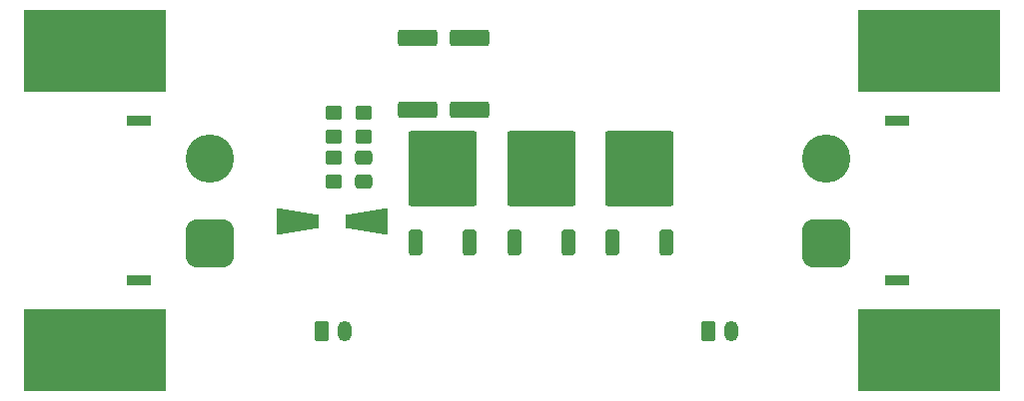
<source format=gbr>
%TF.GenerationSoftware,KiCad,Pcbnew,7.0.2*%
%TF.CreationDate,2023-07-12T23:48:00-04:00*%
%TF.ProjectId,Anti-Spark Switch,416e7469-2d53-4706-9172-6b2053776974,rev?*%
%TF.SameCoordinates,Original*%
%TF.FileFunction,Soldermask,Top*%
%TF.FilePolarity,Negative*%
%FSLAX46Y46*%
G04 Gerber Fmt 4.6, Leading zero omitted, Abs format (unit mm)*
G04 Created by KiCad (PCBNEW 7.0.2) date 2023-07-12 23:48:00*
%MOMM*%
%LPD*%
G01*
G04 APERTURE LIST*
G04 Aperture macros list*
%AMRoundRect*
0 Rectangle with rounded corners*
0 $1 Rounding radius*
0 $2 $3 $4 $5 $6 $7 $8 $9 X,Y pos of 4 corners*
0 Add a 4 corners polygon primitive as box body*
4,1,4,$2,$3,$4,$5,$6,$7,$8,$9,$2,$3,0*
0 Add four circle primitives for the rounded corners*
1,1,$1+$1,$2,$3*
1,1,$1+$1,$4,$5*
1,1,$1+$1,$6,$7*
1,1,$1+$1,$8,$9*
0 Add four rect primitives between the rounded corners*
20,1,$1+$1,$2,$3,$4,$5,0*
20,1,$1+$1,$4,$5,$6,$7,0*
20,1,$1+$1,$6,$7,$8,$9,0*
20,1,$1+$1,$8,$9,$2,$3,0*%
%AMOutline4P*
0 Free polygon, 4 corners , with rotation*
0 The origin of the aperture is its center*
0 number of corners: always 4*
0 $1 to $8 corner X, Y*
0 $9 Rotation angle, in degrees counterclockwise*
0 create outline with 4 corners*
4,1,4,$1,$2,$3,$4,$5,$6,$7,$8,$1,$2,$9*%
G04 Aperture macros list end*
%ADD10RoundRect,0.249997X2.650003X-2.950003X2.650003X2.950003X-2.650003X2.950003X-2.650003X-2.950003X0*%
%ADD11RoundRect,0.250000X0.350000X-0.850000X0.350000X0.850000X-0.350000X0.850000X-0.350000X-0.850000X0*%
%ADD12R,2.000000X0.900000*%
%ADD13RoundRect,1.025000X1.025000X-1.025000X1.025000X1.025000X-1.025000X1.025000X-1.025000X-1.025000X0*%
%ADD14C,4.100000*%
%ADD15RoundRect,1.025000X-1.025000X1.025000X-1.025000X-1.025000X1.025000X-1.025000X1.025000X1.025000X0*%
%ADD16R,12.000000X7.000000*%
%ADD17RoundRect,0.249999X-1.425001X0.450001X-1.425001X-0.450001X1.425001X-0.450001X1.425001X0.450001X0*%
%ADD18Outline4P,-1.800000X-1.150000X1.800000X-0.550000X1.800000X0.550000X-1.800000X1.150000X0.000000*%
%ADD19Outline4P,-1.800000X-1.150000X1.800000X-0.550000X1.800000X0.550000X-1.800000X1.150000X180.000000*%
%ADD20RoundRect,0.250000X0.450000X-0.350000X0.450000X0.350000X-0.450000X0.350000X-0.450000X-0.350000X0*%
%ADD21RoundRect,0.250000X-0.350000X-0.625000X0.350000X-0.625000X0.350000X0.625000X-0.350000X0.625000X0*%
%ADD22O,1.200000X1.750000*%
%ADD23RoundRect,0.250000X-0.475000X0.337500X-0.475000X-0.337500X0.475000X-0.337500X0.475000X0.337500X0*%
%ADD24RoundRect,0.250000X-0.450000X0.350000X-0.450000X-0.350000X0.450000X-0.350000X0.450000X0.350000X0*%
G04 APERTURE END LIST*
D10*
%TO.C,Q3*%
X161665000Y-102040000D03*
D11*
X163945000Y-108340000D03*
X159385000Y-108340000D03*
%TD*%
D10*
%TO.C,Q2*%
X153410000Y-102040000D03*
D11*
X155690000Y-108340000D03*
X151130000Y-108340000D03*
%TD*%
%TO.C,Q1*%
X142760000Y-108340000D03*
X147320000Y-108340000D03*
D10*
X145040000Y-102040000D03*
%TD*%
D12*
%TO.C,J8*%
X119260000Y-111525000D03*
X119260000Y-98025000D03*
D13*
X125260000Y-108375000D03*
D14*
X125260000Y-101175000D03*
%TD*%
D12*
%TO.C,J5*%
X183538000Y-98025000D03*
X183538000Y-111525000D03*
D15*
X177538000Y-108375000D03*
D14*
X177538000Y-101175000D03*
%TD*%
D16*
%TO.C,IN-*%
X115570000Y-117475000D03*
%TD*%
%TO.C,OUT+*%
X186220000Y-92075000D03*
%TD*%
%TO.C,IN+*%
X115570000Y-92075000D03*
%TD*%
%TO.C,OUT-*%
X186220000Y-117475000D03*
%TD*%
D17*
%TO.C,R5*%
X142875000Y-97030000D03*
X142875000Y-90930000D03*
%TD*%
%TO.C,R4*%
X147320000Y-90930000D03*
X147320000Y-97030000D03*
%TD*%
D18*
%TO.C,D1*%
X132774000Y-106509000D03*
D19*
X138574000Y-106509000D03*
%TD*%
D20*
%TO.C,R3*%
X138303000Y-97330000D03*
X138303000Y-99330000D03*
%TD*%
D21*
%TO.C,J3*%
X134747000Y-115824000D03*
D22*
X136747000Y-115824000D03*
%TD*%
D23*
%TO.C,C1*%
X138303000Y-103199000D03*
X138303000Y-101124000D03*
%TD*%
D24*
%TO.C,R2*%
X135763000Y-99314000D03*
X135763000Y-97314000D03*
%TD*%
%TO.C,R1*%
X135763000Y-101124000D03*
X135763000Y-103124000D03*
%TD*%
D21*
%TO.C,J7*%
X167513000Y-115824000D03*
D22*
X169513000Y-115824000D03*
%TD*%
M02*

</source>
